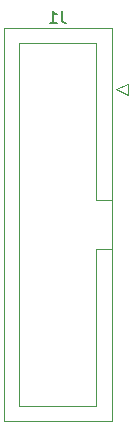
<source format=gbr>
%TF.GenerationSoftware,KiCad,Pcbnew,(5.1.12)-1*%
%TF.CreationDate,2022-04-06T16:59:54+05:30*%
%TF.ProjectId,Diet,44696574-2e6b-4696-9361-645f70636258,rev?*%
%TF.SameCoordinates,Original*%
%TF.FileFunction,Legend,Bot*%
%TF.FilePolarity,Positive*%
%FSLAX46Y46*%
G04 Gerber Fmt 4.6, Leading zero omitted, Abs format (unit mm)*
G04 Created by KiCad (PCBNEW (5.1.12)-1) date 2022-04-06 16:59:54*
%MOMM*%
%LPD*%
G01*
G04 APERTURE LIST*
%ADD10C,0.120000*%
%ADD11C,0.150000*%
G04 APERTURE END LIST*
D10*
%TO.C,J1*%
X39224000Y-75684000D02*
X38224000Y-75184000D01*
X39224000Y-74684000D02*
X39224000Y-75684000D01*
X38224000Y-75184000D02*
X39224000Y-74684000D01*
X36524000Y-88664000D02*
X37834000Y-88664000D01*
X36524000Y-88664000D02*
X36524000Y-88664000D01*
X36524000Y-101954000D02*
X36524000Y-88664000D01*
X30024000Y-101954000D02*
X36524000Y-101954000D01*
X30024000Y-71274000D02*
X30024000Y-101954000D01*
X36524000Y-71274000D02*
X30024000Y-71274000D01*
X36524000Y-84564000D02*
X36524000Y-71274000D01*
X37834000Y-84564000D02*
X36524000Y-84564000D01*
X37834000Y-103254000D02*
X37834000Y-69974000D01*
X28714000Y-103254000D02*
X37834000Y-103254000D01*
X28714000Y-69974000D02*
X28714000Y-103254000D01*
X37834000Y-69974000D02*
X28714000Y-69974000D01*
D11*
X33607333Y-68536380D02*
X33607333Y-69250666D01*
X33654952Y-69393523D01*
X33750190Y-69488761D01*
X33893047Y-69536380D01*
X33988285Y-69536380D01*
X32607333Y-69536380D02*
X33178761Y-69536380D01*
X32893047Y-69536380D02*
X32893047Y-68536380D01*
X32988285Y-68679238D01*
X33083523Y-68774476D01*
X33178761Y-68822095D01*
%TD*%
M02*

</source>
